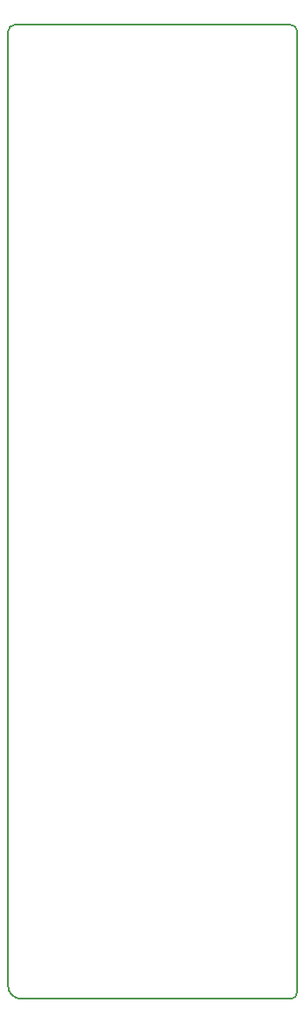
<source format=gbr>
G04 #@! TF.GenerationSoftware,KiCad,Pcbnew,(5.0.1-3-g963ef8bb5)*
G04 #@! TF.CreationDate,2019-03-13T16:51:20+03:00*
G04 #@! TF.ProjectId,sagitta-shield,736167697474612D736869656C642E6B,rev?*
G04 #@! TF.SameCoordinates,Original*
G04 #@! TF.FileFunction,Profile,NP*
%FSLAX46Y46*%
G04 Gerber Fmt 4.6, Leading zero omitted, Abs format (unit mm)*
G04 Created by KiCad (PCBNEW (5.0.1-3-g963ef8bb5)) date 2019 March 13, Wednesday 16:51:20*
%MOMM*%
%LPD*%
G01*
G04 APERTURE LIST*
%ADD10C,0.150000*%
G04 APERTURE END LIST*
D10*
X143383000Y-128016000D02*
G75*
G02X142113000Y-126746000I0J1270000D01*
G01*
X170053000Y-127381000D02*
G75*
G02X169418000Y-128016000I-635000J0D01*
G01*
X169418000Y-34036000D02*
G75*
G02X170053000Y-34671000I0J-635000D01*
G01*
X142113000Y-34671000D02*
G75*
G02X142748000Y-34036000I635000J0D01*
G01*
X169418000Y-34036000D02*
X142748000Y-34036000D01*
X170053000Y-127381000D02*
X170053000Y-34671000D01*
X143383000Y-128016000D02*
X169418000Y-128016000D01*
X142113000Y-34671000D02*
X142113000Y-126746000D01*
M02*

</source>
